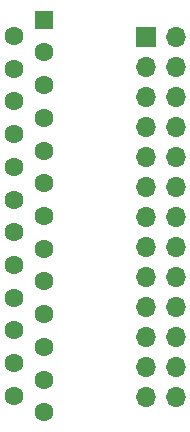
<source format=gbr>
%TF.GenerationSoftware,KiCad,Pcbnew,7.0.2-0*%
%TF.CreationDate,2023-10-04T13:32:30+02:00*%
%TF.ProjectId,FlukePodAdapterLarge68K,466c756b-6550-46f6-9441-646170746572,rev?*%
%TF.SameCoordinates,Original*%
%TF.FileFunction,Soldermask,Top*%
%TF.FilePolarity,Negative*%
%FSLAX46Y46*%
G04 Gerber Fmt 4.6, Leading zero omitted, Abs format (unit mm)*
G04 Created by KiCad (PCBNEW 7.0.2-0) date 2023-10-04 13:32:30*
%MOMM*%
%LPD*%
G01*
G04 APERTURE LIST*
%ADD10O,1.700000X1.700000*%
%ADD11R,1.700000X1.700000*%
%ADD12R,1.600000X1.600000*%
%ADD13C,1.600000*%
G04 APERTURE END LIST*
D10*
%TO.C,A23-J1*%
X77500000Y-80720000D03*
X77500000Y-83260000D03*
X77500000Y-85800000D03*
X77500000Y-88340000D03*
X77500000Y-90880000D03*
X77500000Y-93420000D03*
X77500000Y-95960000D03*
X77500000Y-98500000D03*
X77500000Y-101040000D03*
X77500000Y-103580000D03*
X77500000Y-106120000D03*
X77500000Y-108660000D03*
X77500000Y-111200000D03*
D11*
X74960000Y-80720000D03*
D10*
X74960000Y-83260000D03*
X74960000Y-85800000D03*
X74960000Y-88340000D03*
X74960000Y-90880000D03*
X74960000Y-93420000D03*
X74960000Y-95960000D03*
X74960000Y-98500000D03*
X74960000Y-101040000D03*
X74960000Y-103580000D03*
X74960000Y-106120000D03*
X74960000Y-108660000D03*
X74960000Y-111200000D03*
%TD*%
D12*
%TO.C,J1*%
X66330331Y-79275000D03*
D13*
X66330331Y-82045000D03*
X66330331Y-84815000D03*
X66330331Y-87585000D03*
X66330331Y-90355000D03*
X66330331Y-93125000D03*
X66330331Y-95895000D03*
X66330331Y-98665000D03*
X66330331Y-101435000D03*
X66330331Y-104205000D03*
X66330331Y-106975000D03*
X66330331Y-109745000D03*
X66330331Y-112515000D03*
X63790331Y-80660000D03*
X63790331Y-83430000D03*
X63790331Y-86200000D03*
X63790331Y-88970000D03*
X63790331Y-91740000D03*
X63790331Y-94510000D03*
X63790331Y-97280000D03*
X63790331Y-100050000D03*
X63790331Y-102820000D03*
X63790331Y-105590000D03*
X63790331Y-108360000D03*
X63790331Y-111130000D03*
%TD*%
M02*

</source>
